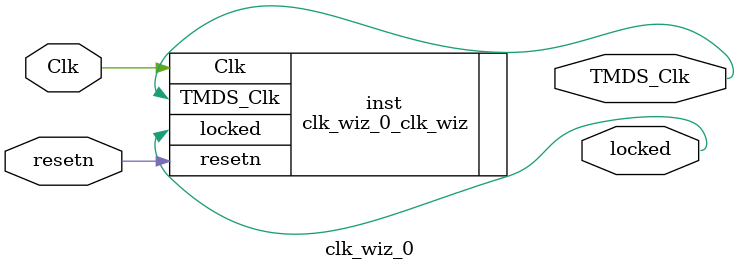
<source format=v>


`timescale 1ps/1ps

(* CORE_GENERATION_INFO = "clk_wiz_0,clk_wiz_v6_0_4_0_0,{component_name=clk_wiz_0,use_phase_alignment=true,use_min_o_jitter=false,use_max_i_jitter=false,use_dyn_phase_shift=false,use_inclk_switchover=false,use_dyn_reconfig=false,enable_axi=0,feedback_source=FDBK_AUTO,PRIMITIVE=MMCM,num_out_clk=1,clkin1_period=40.000,clkin2_period=10.0,use_power_down=false,use_reset=true,use_locked=true,use_inclk_stopped=false,feedback_type=SINGLE,CLOCK_MGR_TYPE=NA,manual_override=false}" *)

module clk_wiz_0 
 (
  // Clock out ports
  output        TMDS_Clk,
  // Status and control signals
  input         resetn,
  output        locked,
 // Clock in ports
  input         Clk
 );

  clk_wiz_0_clk_wiz inst
  (
  // Clock out ports  
  .TMDS_Clk(TMDS_Clk),
  // Status and control signals               
  .resetn(resetn), 
  .locked(locked),
 // Clock in ports
  .Clk(Clk)
  );

endmodule

</source>
